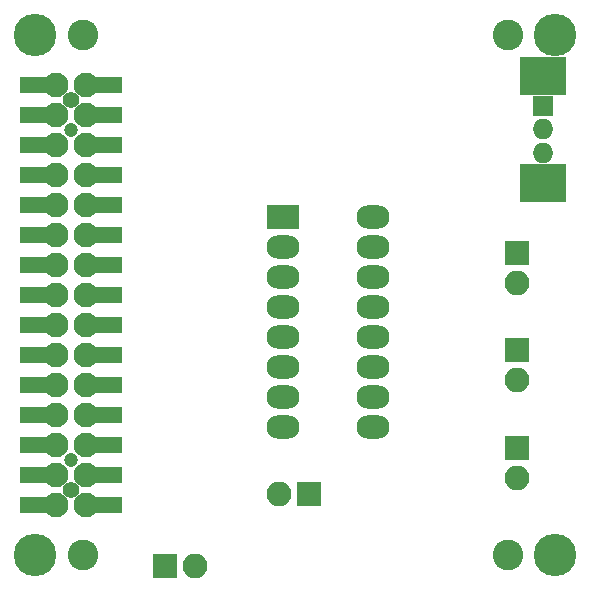
<source format=gbs>
G04 #@! TF.FileFunction,Soldermask,Bot*
%FSLAX46Y46*%
G04 Gerber Fmt 4.6, Leading zero omitted, Abs format (unit mm)*
G04 Created by KiCad (PCBNEW 4.0.7) date 09/04/18 00:29:55*
%MOMM*%
%LPD*%
G01*
G04 APERTURE LIST*
%ADD10C,0.100000*%
%ADD11C,3.600000*%
%ADD12C,2.600000*%
%ADD13R,2.100000X2.100000*%
%ADD14O,2.100000X2.100000*%
%ADD15R,2.800000X2.000000*%
%ADD16O,2.800000X2.000000*%
%ADD17R,3.900000X3.200000*%
%ADD18R,1.750000X1.750000*%
%ADD19O,1.750000X1.750000*%
%ADD20C,1.200000*%
%ADD21C,1.400000*%
%ADD22R,3.550000X1.400000*%
%ADD23C,2.100000*%
G04 APERTURE END LIST*
D10*
D11*
X107000000Y-130000000D03*
X107000000Y-86000000D03*
X151000000Y-86000000D03*
X151000000Y-130000000D03*
D12*
X111000000Y-130000000D03*
X111000000Y-86000000D03*
X147000000Y-86000000D03*
X147000000Y-130000000D03*
D13*
X118000000Y-131000000D03*
D14*
X120540000Y-131000000D03*
D13*
X147815000Y-112680000D03*
D14*
X147815000Y-115220000D03*
D15*
X128003000Y-101377000D03*
D16*
X135623000Y-119157000D03*
X128003000Y-103917000D03*
X135623000Y-116617000D03*
X128003000Y-106457000D03*
X135623000Y-114077000D03*
X128003000Y-108997000D03*
X135623000Y-111537000D03*
X128003000Y-111537000D03*
X135623000Y-108997000D03*
X128003000Y-114077000D03*
X135623000Y-106457000D03*
X128003000Y-116617000D03*
X135623000Y-103917000D03*
X128003000Y-119157000D03*
X135623000Y-101377000D03*
D13*
X147815000Y-120935000D03*
D14*
X147815000Y-123475000D03*
D13*
X147815000Y-104425000D03*
D14*
X147815000Y-106965000D03*
D17*
X150000000Y-98500000D03*
D18*
X150000000Y-92000000D03*
D19*
X150000000Y-94000000D03*
X150000000Y-96000000D03*
D17*
X150000000Y-89500000D03*
D13*
X130162000Y-124872000D03*
D14*
X127622000Y-124872000D03*
D20*
X110000000Y-121970000D03*
D21*
X110000000Y-124510000D03*
D20*
X110000000Y-94030000D03*
D22*
X107475000Y-90220000D03*
D20*
X106825000Y-90220000D03*
D22*
X112555000Y-90220000D03*
X107475000Y-92760000D03*
X112555000Y-92760000D03*
X107475000Y-95300000D03*
X112555000Y-95300000D03*
X107475000Y-97840000D03*
X112555000Y-97840000D03*
X107475000Y-100380000D03*
X112555000Y-100380000D03*
X107475000Y-102920000D03*
X112555000Y-102920000D03*
X107475000Y-105460000D03*
X112555000Y-105460000D03*
X107475000Y-108000000D03*
X112555000Y-108000000D03*
X107475000Y-110540000D03*
X112555000Y-110540000D03*
X107475000Y-113080000D03*
X112555000Y-113080000D03*
X107475000Y-115620000D03*
X112555000Y-115620000D03*
X107475000Y-118160000D03*
X112555000Y-118160000D03*
X107475000Y-120700000D03*
X112555000Y-120700000D03*
X107475000Y-123240000D03*
X112555000Y-123240000D03*
X107475000Y-125780000D03*
X112555000Y-125780000D03*
D20*
X106825000Y-92760000D03*
X106825000Y-95300000D03*
X106825000Y-97840000D03*
X106825000Y-100380000D03*
X106825000Y-102920000D03*
X106825000Y-105460000D03*
X106825000Y-108000000D03*
X106825000Y-110540000D03*
X106825000Y-113080000D03*
X106825000Y-115620000D03*
X106825000Y-118160000D03*
X106825000Y-120700000D03*
X106825000Y-123240000D03*
X106825000Y-125780000D03*
X113175000Y-90220000D03*
X113175000Y-92760000D03*
X113175000Y-95300000D03*
X113175000Y-97840000D03*
X113175000Y-100380000D03*
X113175000Y-102920000D03*
X113175000Y-105460000D03*
X113175000Y-108000000D03*
X113175000Y-110540000D03*
X113175000Y-113080000D03*
X113175000Y-115620000D03*
X113175000Y-118160000D03*
X113175000Y-120700000D03*
X113175000Y-123240000D03*
X113175000Y-125780000D03*
D21*
X110000000Y-91490000D03*
D23*
X108730000Y-90220000D03*
X111270000Y-90220000D03*
X108730000Y-92760000D03*
X111270000Y-92760000D03*
X108730000Y-95300000D03*
X111270000Y-95300000D03*
X108730000Y-97840000D03*
X111270000Y-97840000D03*
X108730000Y-100380000D03*
X111270000Y-100380000D03*
X108730000Y-102920000D03*
X111270000Y-102920000D03*
X108730000Y-105460000D03*
X111270000Y-105460000D03*
X108730000Y-108000000D03*
X111270000Y-108000000D03*
X108730000Y-110540000D03*
X111270000Y-110540000D03*
X108730000Y-113080000D03*
X111270000Y-113080000D03*
X108730000Y-115620000D03*
X111270000Y-115620000D03*
X108730000Y-118160000D03*
X111270000Y-118160000D03*
X108730000Y-120700000D03*
X111270000Y-120700000D03*
X108730000Y-123240000D03*
X111270000Y-123240000D03*
X108730000Y-125780000D03*
X111270000Y-125780000D03*
M02*

</source>
